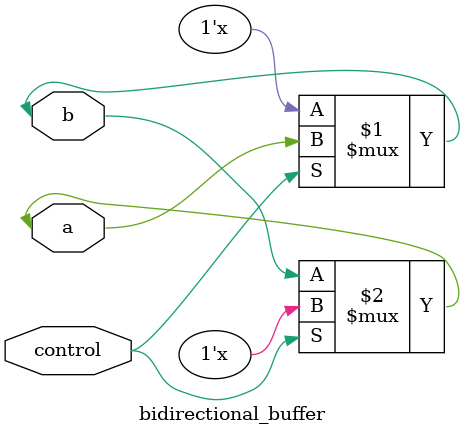
<source format=v>
module bidirectional_buffer(control,a,b);

input control ;
inout a ;
inout b;


bufif1 b_1(b,a,control);
bufif0 a_1(a,b,control);
endmodule

</source>
